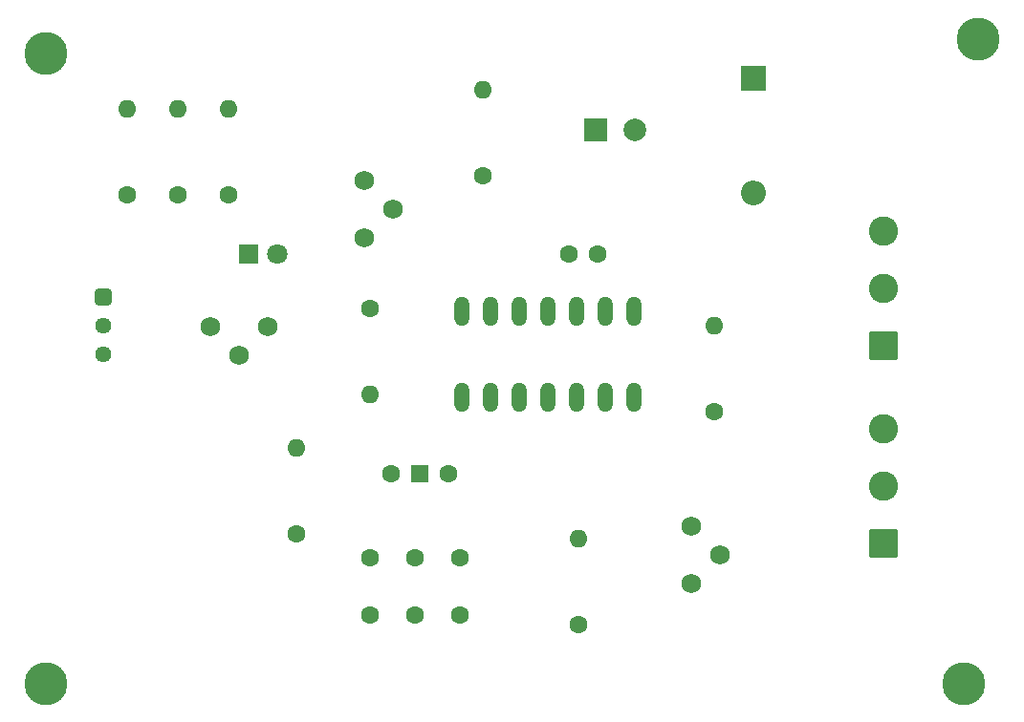
<source format=gbr>
%TF.GenerationSoftware,KiCad,Pcbnew,9.0.0*%
%TF.CreationDate,2025-04-29T18:27:41-04:00*%
%TF.ProjectId,Generador de funciones,47656e65-7261-4646-9f72-206465206675,rev?*%
%TF.SameCoordinates,Original*%
%TF.FileFunction,Soldermask,Bot*%
%TF.FilePolarity,Negative*%
%FSLAX46Y46*%
G04 Gerber Fmt 4.6, Leading zero omitted, Abs format (unit mm)*
G04 Created by KiCad (PCBNEW 9.0.0) date 2025-04-29 18:27:41*
%MOMM*%
%LPD*%
G01*
G04 APERTURE LIST*
G04 Aperture macros list*
%AMRoundRect*
0 Rectangle with rounded corners*
0 $1 Rounding radius*
0 $2 $3 $4 $5 $6 $7 $8 $9 X,Y pos of 4 corners*
0 Add a 4 corners polygon primitive as box body*
4,1,4,$2,$3,$4,$5,$6,$7,$8,$9,$2,$3,0*
0 Add four circle primitives for the rounded corners*
1,1,$1+$1,$2,$3*
1,1,$1+$1,$4,$5*
1,1,$1+$1,$6,$7*
1,1,$1+$1,$8,$9*
0 Add four rect primitives between the rounded corners*
20,1,$1+$1,$2,$3,$4,$5,0*
20,1,$1+$1,$4,$5,$6,$7,0*
20,1,$1+$1,$6,$7,$8,$9,0*
20,1,$1+$1,$8,$9,$2,$3,0*%
G04 Aperture macros list end*
%ADD10R,2.000000X2.000000*%
%ADD11C,2.000000*%
%ADD12RoundRect,0.250000X-0.470000X-0.470000X0.470000X-0.470000X0.470000X0.470000X-0.470000X0.470000X0*%
%ADD13C,1.440000*%
%ADD14C,1.750000*%
%ADD15C,1.600000*%
%ADD16O,1.600000X1.600000*%
%ADD17R,1.800000X1.800000*%
%ADD18C,1.800000*%
%ADD19R,2.200000X2.200000*%
%ADD20O,2.200000X2.200000*%
%ADD21C,2.600000*%
%ADD22C,3.800000*%
%ADD23RoundRect,0.250000X1.050000X-1.050000X1.050000X1.050000X-1.050000X1.050000X-1.050000X-1.050000X0*%
%ADD24R,1.500000X1.500000*%
%ADD25O,1.320800X2.641600*%
G04 APERTURE END LIST*
D10*
%TO.C,C1*%
X179500000Y-52500000D03*
D11*
X183000000Y-52500000D03*
%TD*%
D12*
%TO.C,RV2*%
X135890000Y-67310000D03*
D13*
X135890000Y-69850000D03*
X135890000Y-72390000D03*
%TD*%
D14*
%TO.C,RV1*%
X187960000Y-87630000D03*
X190500000Y-90170000D03*
X187960000Y-92710000D03*
%TD*%
D15*
%TO.C,R1*%
X142500000Y-58310000D03*
D16*
X142500000Y-50690000D03*
%TD*%
D17*
%TO.C,D2*%
X148730000Y-63500000D03*
D18*
X151270000Y-63500000D03*
%TD*%
D15*
%TO.C,R5*%
X147000000Y-58310000D03*
D16*
X147000000Y-50690000D03*
%TD*%
D15*
%TO.C,R2*%
X138000000Y-58310000D03*
D16*
X138000000Y-50690000D03*
%TD*%
D15*
%TO.C,R4*%
X178000000Y-96360000D03*
D16*
X178000000Y-88740000D03*
%TD*%
D19*
%TO.C,D1*%
X193500000Y-47920000D03*
D20*
X193500000Y-58080000D03*
%TD*%
D21*
%TO.C,REF\u002A\u002A*%
X130810000Y-45720000D03*
D22*
X130810000Y-45720000D03*
%TD*%
D23*
%TO.C,J1*%
X205000000Y-71660000D03*
D21*
X205000000Y-66580000D03*
X205000000Y-61500000D03*
%TD*%
D24*
%TO.C,SW1*%
X163960000Y-83000000D03*
D15*
X161420000Y-83000000D03*
X166500000Y-83000000D03*
%TD*%
D21*
%TO.C,REF\u002A\u002A*%
X130810000Y-101600000D03*
D22*
X130810000Y-101600000D03*
%TD*%
D15*
%TO.C,R8*%
X153000000Y-88310000D03*
D16*
X153000000Y-80690000D03*
%TD*%
D14*
%TO.C,RV4*%
X159000000Y-57000000D03*
X161540000Y-59540000D03*
X159000000Y-62080000D03*
%TD*%
D21*
%TO.C,REF\u002A\u002A*%
X212090000Y-101600000D03*
D22*
X212090000Y-101600000D03*
%TD*%
D25*
%TO.C,IC1*%
X182880000Y-68580000D03*
X180340000Y-68580000D03*
X177800000Y-68580000D03*
X175260000Y-68580000D03*
X172720000Y-68580000D03*
X170180000Y-68580000D03*
X167640000Y-68580000D03*
X167640000Y-76200000D03*
X170180000Y-76200000D03*
X172720000Y-76200000D03*
X175260000Y-76200000D03*
X177800000Y-76200000D03*
X180340000Y-76200000D03*
X182880000Y-76200000D03*
%TD*%
D15*
%TO.C,C3*%
X159500000Y-95500000D03*
X159500000Y-90500000D03*
%TD*%
%TO.C,C4*%
X163500000Y-95500000D03*
X163500000Y-90500000D03*
%TD*%
D21*
%TO.C,REF\u002A\u002A*%
X213360000Y-44450000D03*
D22*
X213360000Y-44450000D03*
%TD*%
D15*
%TO.C,R7*%
X169500000Y-56620000D03*
D16*
X169500000Y-49000000D03*
%TD*%
D23*
%TO.C,J2*%
X205000000Y-89160000D03*
D21*
X205000000Y-84080000D03*
X205000000Y-79000000D03*
%TD*%
D14*
%TO.C,RV3*%
X150460000Y-69960000D03*
X147920000Y-72500000D03*
X145380000Y-69960000D03*
%TD*%
D15*
%TO.C,C5*%
X167500000Y-95500000D03*
X167500000Y-90500000D03*
%TD*%
%TO.C,R3*%
X190000000Y-77470000D03*
D16*
X190000000Y-69850000D03*
%TD*%
D15*
%TO.C,R6*%
X159500000Y-68380000D03*
D16*
X159500000Y-76000000D03*
%TD*%
D15*
%TO.C,C2*%
X177125000Y-63500000D03*
X179625000Y-63500000D03*
%TD*%
M02*

</source>
